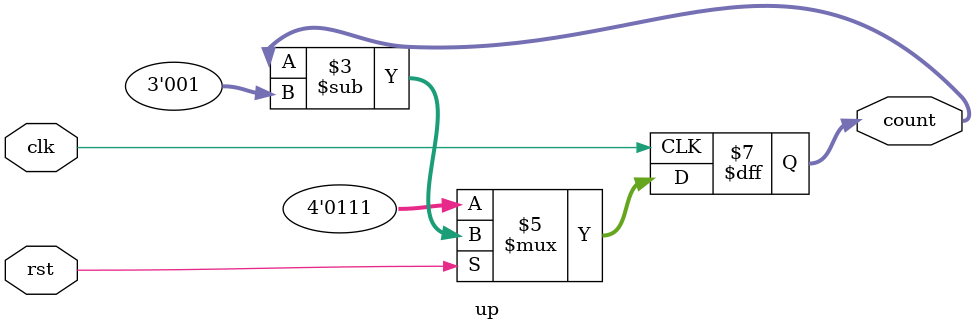
<source format=v>
module up(
        input clk,rst,
        output reg [3:0]count);
  always@(posedge clk) begin

          if(rst==0)
                  count<=3'b111;
          else
                  count<=count-3'b001;
  end
  endmodule

</source>
